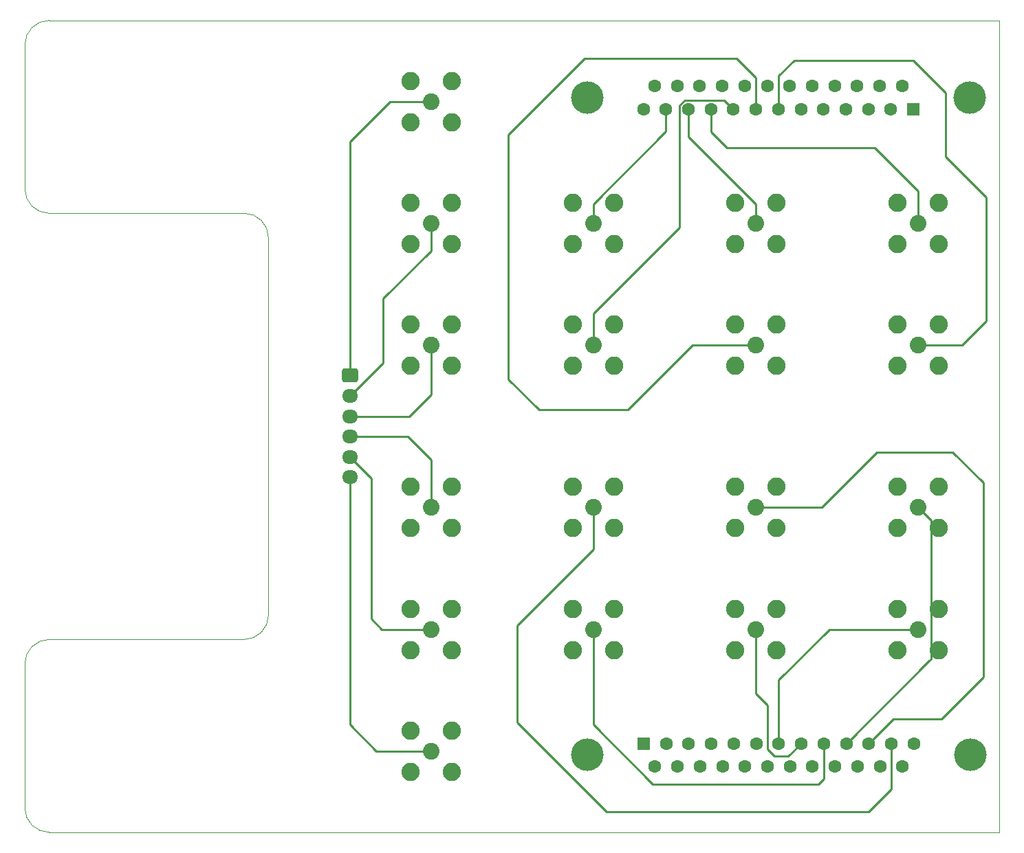
<source format=gbr>
%TF.GenerationSoftware,KiCad,Pcbnew,(6.0.4)*%
%TF.CreationDate,2023-06-02T21:13:09+02:00*%
%TF.ProjectId,Chrolis-LCR-Connector,4368726f-6c69-4732-9d4c-43522d436f6e,rev?*%
%TF.SameCoordinates,Original*%
%TF.FileFunction,Copper,L1,Top*%
%TF.FilePolarity,Positive*%
%FSLAX46Y46*%
G04 Gerber Fmt 4.6, Leading zero omitted, Abs format (unit mm)*
G04 Created by KiCad (PCBNEW (6.0.4)) date 2023-06-02 21:13:09*
%MOMM*%
%LPD*%
G01*
G04 APERTURE LIST*
G04 Aperture macros list*
%AMRoundRect*
0 Rectangle with rounded corners*
0 $1 Rounding radius*
0 $2 $3 $4 $5 $6 $7 $8 $9 X,Y pos of 4 corners*
0 Add a 4 corners polygon primitive as box body*
4,1,4,$2,$3,$4,$5,$6,$7,$8,$9,$2,$3,0*
0 Add four circle primitives for the rounded corners*
1,1,$1+$1,$2,$3*
1,1,$1+$1,$4,$5*
1,1,$1+$1,$6,$7*
1,1,$1+$1,$8,$9*
0 Add four rect primitives between the rounded corners*
20,1,$1+$1,$2,$3,$4,$5,0*
20,1,$1+$1,$4,$5,$6,$7,0*
20,1,$1+$1,$6,$7,$8,$9,0*
20,1,$1+$1,$8,$9,$2,$3,0*%
G04 Aperture macros list end*
%TA.AperFunction,Profile*%
%ADD10C,0.100000*%
%TD*%
%TA.AperFunction,ComponentPad*%
%ADD11C,2.050000*%
%TD*%
%TA.AperFunction,ComponentPad*%
%ADD12C,2.250000*%
%TD*%
%TA.AperFunction,ComponentPad*%
%ADD13RoundRect,0.250000X-0.725000X0.600000X-0.725000X-0.600000X0.725000X-0.600000X0.725000X0.600000X0*%
%TD*%
%TA.AperFunction,ComponentPad*%
%ADD14O,1.950000X1.700000*%
%TD*%
%TA.AperFunction,ComponentPad*%
%ADD15C,4.000000*%
%TD*%
%TA.AperFunction,ComponentPad*%
%ADD16R,1.600000X1.600000*%
%TD*%
%TA.AperFunction,ComponentPad*%
%ADD17C,1.600000*%
%TD*%
%TA.AperFunction,Conductor*%
%ADD18C,0.250000*%
%TD*%
G04 APERTURE END LIST*
D10*
X76950000Y-126600000D02*
X52950000Y-126600000D01*
X169950000Y-50350000D02*
X169950000Y-150350000D01*
X52950000Y-126600000D02*
G75*
G03*
X49950000Y-129600000I0J-3000000D01*
G01*
X76950000Y-74100000D02*
X52950000Y-74100000D01*
X79950000Y-77100000D02*
G75*
G03*
X76950000Y-74100000I-3000000J0D01*
G01*
X169950000Y-150350000D02*
X52950000Y-150350000D01*
X79950000Y-77100000D02*
X79950000Y-123600000D01*
X49950000Y-129600000D02*
X49950000Y-147350000D01*
X52950000Y-50350000D02*
G75*
G03*
X49950000Y-53350000I0J-3000000D01*
G01*
X76950000Y-126600000D02*
G75*
G03*
X79950000Y-123600000I0J3000000D01*
G01*
X52950000Y-50350000D02*
X169950000Y-50350000D01*
X49950000Y-71100000D02*
G75*
G03*
X52950000Y-74100000I3000000J0D01*
G01*
X49950000Y-147350000D02*
G75*
G03*
X52950000Y-150350000I3000000J0D01*
G01*
X49950000Y-71100000D02*
X49950000Y-53350000D01*
D11*
%TO.P,J13,1,In*%
%TO.N,Net-(J13-Pad1)*%
X159950000Y-125350000D03*
D12*
%TO.P,J13,2,Ext*%
%TO.N,GNDREF*%
X162490000Y-127890000D03*
X162490000Y-122810000D03*
X157410000Y-127890000D03*
X157410000Y-122810000D03*
%TD*%
D11*
%TO.P,J16,1,In*%
%TO.N,Net-(J16-Pad1)*%
X159950000Y-110350000D03*
D12*
%TO.P,J16,2,Ext*%
%TO.N,GNDREF*%
X162490000Y-112890000D03*
X162490000Y-107810000D03*
X157410000Y-112890000D03*
X157410000Y-107810000D03*
%TD*%
D11*
%TO.P,J7,1,In*%
%TO.N,Net-(J19-Pad7)*%
X159950000Y-90350000D03*
D12*
%TO.P,J7,2,Ext*%
%TO.N,GNDREF*%
X162490000Y-92890000D03*
X162490000Y-87810000D03*
X157410000Y-92890000D03*
X157410000Y-87810000D03*
%TD*%
D11*
%TO.P,J10,1,In*%
%TO.N,Net-(J10-Pad1)*%
X159950000Y-75350000D03*
D12*
%TO.P,J10,2,Ext*%
%TO.N,GNDREF*%
X162490000Y-77890000D03*
X162490000Y-72810000D03*
X157410000Y-77890000D03*
X157410000Y-72810000D03*
%TD*%
D11*
%TO.P,J14,1,In*%
%TO.N,Net-(J14-Pad1)*%
X139950000Y-125350000D03*
D12*
%TO.P,J14,2,Ext*%
%TO.N,GNDREF*%
X142490000Y-127890000D03*
X142490000Y-122810000D03*
X137410000Y-127890000D03*
X137410000Y-122810000D03*
%TD*%
D11*
%TO.P,J17,1,In*%
%TO.N,Net-(J17-Pad1)*%
X139950000Y-110350000D03*
D12*
%TO.P,J17,2,Ext*%
%TO.N,GNDREF*%
X142490000Y-112890000D03*
X142490000Y-107810000D03*
X137410000Y-112890000D03*
X137410000Y-107810000D03*
%TD*%
D11*
%TO.P,J8,1,In*%
%TO.N,Net-(J19-Pad8)*%
X139950000Y-90350000D03*
D12*
%TO.P,J8,2,Ext*%
%TO.N,GNDREF*%
X142490000Y-92890000D03*
X142490000Y-87810000D03*
X137410000Y-92890000D03*
X137410000Y-87810000D03*
%TD*%
D11*
%TO.P,J11,1,In*%
%TO.N,Net-(J11-Pad1)*%
X139950000Y-75350000D03*
D12*
%TO.P,J11,2,Ext*%
%TO.N,GNDREF*%
X142490000Y-77890000D03*
X142490000Y-72810000D03*
X137410000Y-77890000D03*
X137410000Y-72810000D03*
%TD*%
D11*
%TO.P,J15,1,In*%
%TO.N,Net-(J15-Pad1)*%
X119950000Y-125350000D03*
D12*
%TO.P,J15,2,Ext*%
%TO.N,GNDREF*%
X122490000Y-127890000D03*
X122490000Y-122810000D03*
X117410000Y-127890000D03*
X117410000Y-122810000D03*
%TD*%
D11*
%TO.P,J18,1,In*%
%TO.N,Net-(J18-Pad1)*%
X119950000Y-110350000D03*
D12*
%TO.P,J18,2,Ext*%
%TO.N,GNDREF*%
X122490000Y-112890000D03*
X122490000Y-107810000D03*
X117410000Y-112890000D03*
X117410000Y-107810000D03*
%TD*%
D11*
%TO.P,J9,1,In*%
%TO.N,Net-(J19-Pad9)*%
X119950000Y-90350000D03*
D12*
%TO.P,J9,2,Ext*%
%TO.N,GNDREF*%
X122490000Y-92890000D03*
X122490000Y-87810000D03*
X117410000Y-92890000D03*
X117410000Y-87810000D03*
%TD*%
D11*
%TO.P,J12,1,In*%
%TO.N,Net-(J12-Pad1)*%
X119950000Y-75350000D03*
D12*
%TO.P,J12,2,Ext*%
%TO.N,GNDREF*%
X122490000Y-77890000D03*
X122490000Y-72810000D03*
X117410000Y-77890000D03*
X117410000Y-72810000D03*
%TD*%
D11*
%TO.P,J6,1,In*%
%TO.N,Net-(J21-Pad6)*%
X99950000Y-140350000D03*
D12*
%TO.P,J6,2,Ext*%
%TO.N,GNDREF*%
X102490000Y-142890000D03*
X102490000Y-137810000D03*
X97410000Y-142890000D03*
X97410000Y-137810000D03*
%TD*%
D11*
%TO.P,J5,1,In*%
%TO.N,Net-(J21-Pad5)*%
X99950000Y-125350000D03*
D12*
%TO.P,J5,2,Ext*%
%TO.N,GNDREF*%
X102490000Y-127890000D03*
X102490000Y-122810000D03*
X97410000Y-127890000D03*
X97410000Y-122810000D03*
%TD*%
D11*
%TO.P,J4,1,In*%
%TO.N,Net-(J21-Pad4)*%
X99950000Y-110350000D03*
D12*
%TO.P,J4,2,Ext*%
%TO.N,GNDREF*%
X102490000Y-112890000D03*
X102490000Y-107810000D03*
X97410000Y-112890000D03*
X97410000Y-107810000D03*
%TD*%
D11*
%TO.P,J3,1,In*%
%TO.N,Net-(J21-Pad3)*%
X99950000Y-90350000D03*
D12*
%TO.P,J3,2,Ext*%
%TO.N,unconnected-(J3-Pad2)*%
X102490000Y-92890000D03*
X102490000Y-87810000D03*
X97410000Y-92890000D03*
X97410000Y-87810000D03*
%TD*%
D11*
%TO.P,J1,1,In*%
%TO.N,Net-(J1-Pad1)*%
X99950000Y-60350000D03*
D12*
%TO.P,J1,2,Ext*%
%TO.N,GNDREF*%
X102490000Y-62890000D03*
X102490000Y-57810000D03*
X97410000Y-62890000D03*
X97410000Y-57810000D03*
%TD*%
D11*
%TO.P,J2,1,In*%
%TO.N,Net-(J2-Pad1)*%
X99950000Y-75350000D03*
D12*
%TO.P,J2,2,Ext*%
%TO.N,unconnected-(J2-Pad2)*%
X102490000Y-77890000D03*
X102490000Y-72810000D03*
X97410000Y-77890000D03*
X97410000Y-72810000D03*
%TD*%
D13*
%TO.P,J21,1,Pin_1*%
%TO.N,Net-(J1-Pad1)*%
X89950000Y-94100000D03*
D14*
%TO.P,J21,2,Pin_2*%
%TO.N,Net-(J2-Pad1)*%
X89950000Y-96600000D03*
%TO.P,J21,3,Pin_3*%
%TO.N,Net-(J21-Pad3)*%
X89950000Y-99100000D03*
%TO.P,J21,4,Pin_4*%
%TO.N,Net-(J21-Pad4)*%
X89950000Y-101600000D03*
%TO.P,J21,5,Pin_5*%
%TO.N,Net-(J21-Pad5)*%
X89950000Y-104100000D03*
%TO.P,J21,6,Pin_6*%
%TO.N,Net-(J21-Pad6)*%
X89950000Y-106600000D03*
%TD*%
D15*
%TO.P,J19,0*%
%TO.N,N/C*%
X166280000Y-59870000D03*
X119180000Y-59870000D03*
D16*
%TO.P,J19,1,1*%
%TO.N,unconnected-(J19-Pad1)*%
X159350000Y-61290000D03*
D17*
%TO.P,J19,2,2*%
%TO.N,unconnected-(J19-Pad2)*%
X156580000Y-61290000D03*
%TO.P,J19,3,3*%
%TO.N,unconnected-(J19-Pad3)*%
X153810000Y-61290000D03*
%TO.P,J19,4,4*%
%TO.N,unconnected-(J19-Pad4)*%
X151040000Y-61290000D03*
%TO.P,J19,5,5*%
%TO.N,unconnected-(J19-Pad5)*%
X148270000Y-61290000D03*
%TO.P,J19,6,6*%
%TO.N,unconnected-(J19-Pad6)*%
X145500000Y-61290000D03*
%TO.P,J19,7,7*%
%TO.N,Net-(J19-Pad7)*%
X142730000Y-61290000D03*
%TO.P,J19,8,8*%
%TO.N,Net-(J19-Pad8)*%
X139960000Y-61290000D03*
%TO.P,J19,9,9*%
%TO.N,Net-(J19-Pad9)*%
X137190000Y-61290000D03*
%TO.P,J19,10,10*%
%TO.N,Net-(J10-Pad1)*%
X134420000Y-61290000D03*
%TO.P,J19,11,11*%
%TO.N,Net-(J11-Pad1)*%
X131650000Y-61290000D03*
%TO.P,J19,12,12*%
%TO.N,Net-(J12-Pad1)*%
X128880000Y-61290000D03*
%TO.P,J19,13,13*%
%TO.N,GNDREF*%
X126110000Y-61290000D03*
%TO.P,J19,14,P14*%
X157965000Y-58450000D03*
%TO.P,J19,15,P15*%
X155195000Y-58450000D03*
%TO.P,J19,16,P16*%
X152425000Y-58450000D03*
%TO.P,J19,17,P17*%
X149655000Y-58450000D03*
%TO.P,J19,18,P18*%
X146885000Y-58450000D03*
%TO.P,J19,19,P19*%
X144115000Y-58450000D03*
%TO.P,J19,20,P20*%
X141345000Y-58450000D03*
%TO.P,J19,21,P21*%
X138575000Y-58450000D03*
%TO.P,J19,22,P22*%
X135805000Y-58450000D03*
%TO.P,J19,23,P23*%
X133035000Y-58450000D03*
%TO.P,J19,24,P24*%
X130265000Y-58450000D03*
%TO.P,J19,25,P25*%
X127495000Y-58450000D03*
%TD*%
D15*
%TO.P,J20,0*%
%TO.N,N/C*%
X166320000Y-140830000D03*
X119220000Y-140830000D03*
D16*
%TO.P,J20,1,1*%
%TO.N,unconnected-(J20-Pad1)*%
X126150000Y-139410000D03*
D17*
%TO.P,J20,2,2*%
%TO.N,unconnected-(J20-Pad2)*%
X128920000Y-139410000D03*
%TO.P,J20,3,3*%
%TO.N,unconnected-(J20-Pad3)*%
X131690000Y-139410000D03*
%TO.P,J20,4,4*%
%TO.N,unconnected-(J20-Pad4)*%
X134460000Y-139410000D03*
%TO.P,J20,5,5*%
%TO.N,unconnected-(J20-Pad5)*%
X137230000Y-139410000D03*
%TO.P,J20,6,6*%
%TO.N,unconnected-(J20-Pad6)*%
X140000000Y-139410000D03*
%TO.P,J20,7,7*%
%TO.N,Net-(J13-Pad1)*%
X142770000Y-139410000D03*
%TO.P,J20,8,8*%
%TO.N,Net-(J14-Pad1)*%
X145540000Y-139410000D03*
%TO.P,J20,9,9*%
%TO.N,Net-(J15-Pad1)*%
X148310000Y-139410000D03*
%TO.P,J20,10,10*%
%TO.N,Net-(J16-Pad1)*%
X151080000Y-139410000D03*
%TO.P,J20,11,11*%
%TO.N,Net-(J17-Pad1)*%
X153850000Y-139410000D03*
%TO.P,J20,12,12*%
%TO.N,Net-(J18-Pad1)*%
X156620000Y-139410000D03*
%TO.P,J20,13,13*%
%TO.N,GNDREF*%
X159390000Y-139410000D03*
%TO.P,J20,14,P14*%
X127535000Y-142250000D03*
%TO.P,J20,15,P15*%
X130305000Y-142250000D03*
%TO.P,J20,16,P16*%
X133075000Y-142250000D03*
%TO.P,J20,17,P17*%
X135845000Y-142250000D03*
%TO.P,J20,18,P18*%
X138615000Y-142250000D03*
%TO.P,J20,19,P19*%
X141385000Y-142250000D03*
%TO.P,J20,20,P20*%
X144155000Y-142250000D03*
%TO.P,J20,21,P21*%
X146925000Y-142250000D03*
%TO.P,J20,22,P22*%
X149695000Y-142250000D03*
%TO.P,J20,23,P23*%
X152465000Y-142250000D03*
%TO.P,J20,24,P24*%
X155235000Y-142250000D03*
%TO.P,J20,25,P25*%
X158005000Y-142250000D03*
%TD*%
D18*
%TO.N,Net-(J13-Pad1)*%
X149000000Y-125350000D02*
X159950000Y-125350000D01*
X142770000Y-131580000D02*
X149000000Y-125350000D01*
X142770000Y-139410000D02*
X142770000Y-131580000D01*
%TO.N,Net-(J19-Pad7)*%
X165350000Y-90350000D02*
X159950000Y-90350000D01*
X142730000Y-57170000D02*
X144650000Y-55250000D01*
X142730000Y-61290000D02*
X142730000Y-57170000D01*
X163300000Y-67100000D02*
X168300000Y-72100000D01*
X144650000Y-55250000D02*
X159300000Y-55250000D01*
X168300000Y-72100000D02*
X168300000Y-87400000D01*
X163300000Y-59250000D02*
X163300000Y-67100000D01*
X168300000Y-87400000D02*
X165350000Y-90350000D01*
X159300000Y-55250000D02*
X163300000Y-59250000D01*
%TO.N,Net-(J19-Pad8)*%
X132150000Y-90350000D02*
X124200000Y-98300000D01*
X124200000Y-98300000D02*
X113250000Y-98300000D01*
X137600000Y-55000000D02*
X139960000Y-57360000D01*
X118900000Y-55000000D02*
X137600000Y-55000000D01*
X139950000Y-90350000D02*
X132150000Y-90350000D01*
X113250000Y-98300000D02*
X109500000Y-94550000D01*
X109500000Y-64400000D02*
X118900000Y-55000000D01*
X109500000Y-94550000D02*
X109500000Y-64400000D01*
X139960000Y-57360000D02*
X139960000Y-61290000D01*
%TO.N,Net-(J19-Pad9)*%
X119950000Y-90340000D02*
X119950000Y-86450000D01*
X130525489Y-75874511D02*
X130525489Y-60824211D01*
X131184211Y-60165489D02*
X136065489Y-60165489D01*
X130525489Y-60824211D02*
X131184211Y-60165489D01*
X136065489Y-60165489D02*
X137190000Y-61290000D01*
X119950000Y-86450000D02*
X130525489Y-75874511D01*
%TO.N,Net-(J10-Pad1)*%
X134420000Y-64070000D02*
X134420000Y-61290000D01*
X136400000Y-66050000D02*
X134420000Y-64070000D01*
X159950000Y-75350000D02*
X159950000Y-71400000D01*
X159950000Y-71400000D02*
X154600000Y-66050000D01*
X154600000Y-66050000D02*
X136400000Y-66050000D01*
%TO.N,Net-(J11-Pad1)*%
X139950000Y-72946527D02*
X131650000Y-64646527D01*
X139950000Y-75350000D02*
X139950000Y-72946527D01*
X131650000Y-64646527D02*
X131650000Y-61290000D01*
%TO.N,Net-(J12-Pad1)*%
X119950000Y-75350000D02*
X119950000Y-72946527D01*
X119950000Y-72946527D02*
X128880000Y-64016527D01*
X128880000Y-64016527D02*
X128880000Y-61290000D01*
%TO.N,Net-(J14-Pad1)*%
X141998722Y-140750000D02*
X142000000Y-140750000D01*
X139950000Y-125350000D02*
X139950000Y-133250000D01*
X143950000Y-141000000D02*
X145540000Y-139410000D01*
X141399361Y-134699361D02*
X141399361Y-140150639D01*
X139950000Y-133250000D02*
X141399361Y-134699361D01*
X141399361Y-140150639D02*
X141998722Y-140750000D01*
X142000000Y-140750000D02*
X142250000Y-141000000D01*
X142250000Y-141000000D02*
X143950000Y-141000000D01*
%TO.N,Net-(J15-Pad1)*%
X119950000Y-125350000D02*
X119950000Y-137100000D01*
X148310000Y-143740000D02*
X148310000Y-139410000D01*
X147650000Y-144400000D02*
X148310000Y-143740000D01*
X127250000Y-144400000D02*
X147650000Y-144400000D01*
X119950000Y-137100000D02*
X127250000Y-144400000D01*
%TO.N,Net-(J16-Pad1)*%
X151080000Y-139410000D02*
X161299511Y-129190489D01*
X161500000Y-129000000D02*
X161500000Y-111900000D01*
X161500000Y-111900000D02*
X159950000Y-110350000D01*
X161299511Y-129190489D02*
X161309511Y-129190489D01*
X161309511Y-129190489D02*
X161500000Y-129000000D01*
%TO.N,Net-(J17-Pad1)*%
X154850000Y-103550000D02*
X164200000Y-103550000D01*
X164200000Y-103550000D02*
X167950000Y-107300000D01*
X162800000Y-136400000D02*
X156860000Y-136400000D01*
X167950000Y-107300000D02*
X167950000Y-131250000D01*
X148050000Y-110350000D02*
X154850000Y-103550000D01*
X167950000Y-131250000D02*
X162800000Y-136400000D01*
X139950000Y-110350000D02*
X148050000Y-110350000D01*
X156860000Y-136400000D02*
X153850000Y-139410000D01*
%TO.N,Net-(J18-Pad1)*%
X153800000Y-147850000D02*
X121550000Y-147850000D01*
X156620000Y-145030000D02*
X153800000Y-147850000D01*
X110550000Y-136850000D02*
X110550000Y-124850000D01*
X156620000Y-139410000D02*
X156620000Y-145030000D01*
X110550000Y-124850000D02*
X119950000Y-115450000D01*
X121550000Y-147850000D02*
X110550000Y-136850000D01*
X119950000Y-115450000D02*
X119950000Y-110350000D01*
%TO.N,Net-(J1-Pad1)*%
X89950000Y-94100000D02*
X89950000Y-65300000D01*
X94900000Y-60350000D02*
X99950000Y-60350000D01*
X89950000Y-65300000D02*
X94900000Y-60350000D01*
%TO.N,Net-(J2-Pad1)*%
X99950000Y-78700000D02*
X99950000Y-75360000D01*
X94050000Y-92500000D02*
X94050000Y-84600000D01*
X94050000Y-84600000D02*
X99950000Y-78700000D01*
X89950000Y-96600000D02*
X94050000Y-92500000D01*
%TO.N,Net-(J21-Pad3)*%
X99960000Y-96390000D02*
X99960000Y-90350000D01*
X97250000Y-99100000D02*
X99960000Y-96390000D01*
X89950000Y-99100000D02*
X97250000Y-99100000D01*
%TO.N,Net-(J21-Pad4)*%
X99950000Y-104450000D02*
X99950000Y-110350000D01*
X97100000Y-101600000D02*
X99950000Y-104450000D01*
X89950000Y-101600000D02*
X97100000Y-101600000D01*
%TO.N,Net-(J21-Pad5)*%
X92600000Y-124050000D02*
X93900000Y-125350000D01*
X93900000Y-125350000D02*
X99950000Y-125350000D01*
X89950000Y-104100000D02*
X92600000Y-106750000D01*
X92600000Y-106750000D02*
X92600000Y-124050000D01*
%TO.N,Net-(J21-Pad6)*%
X89950000Y-137100000D02*
X93200000Y-140350000D01*
X89950000Y-106600000D02*
X89950000Y-137100000D01*
X93200000Y-140350000D02*
X99950000Y-140350000D01*
%TD*%
M02*

</source>
